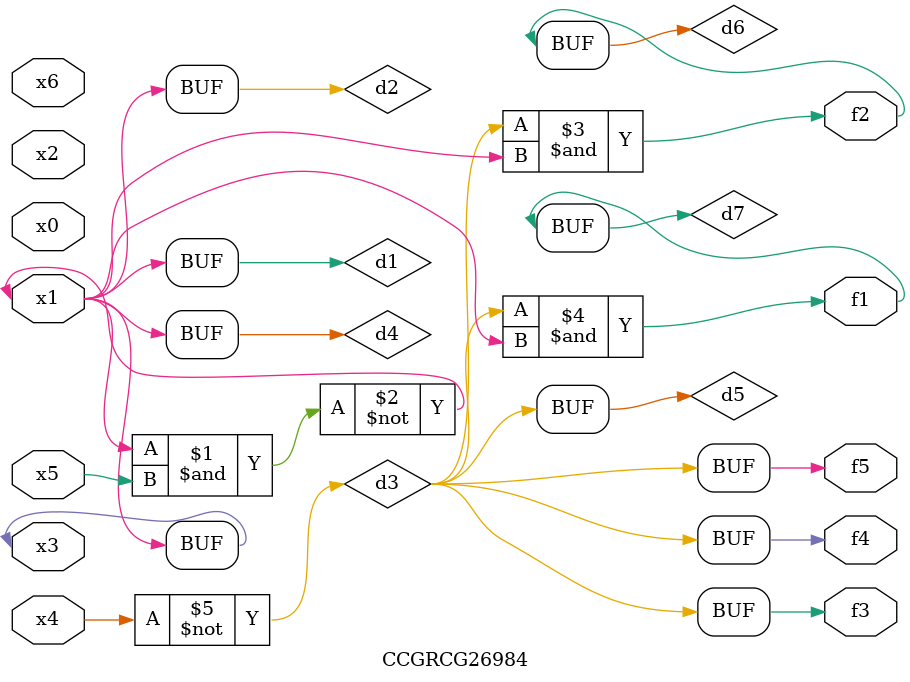
<source format=v>
module CCGRCG26984(
	input x0, x1, x2, x3, x4, x5, x6,
	output f1, f2, f3, f4, f5
);

	wire d1, d2, d3, d4, d5, d6, d7;

	buf (d1, x1, x3);
	nand (d2, x1, x5);
	not (d3, x4);
	buf (d4, d1, d2);
	buf (d5, d3);
	and (d6, d3, d4);
	and (d7, d3, d4);
	assign f1 = d7;
	assign f2 = d6;
	assign f3 = d5;
	assign f4 = d5;
	assign f5 = d5;
endmodule

</source>
